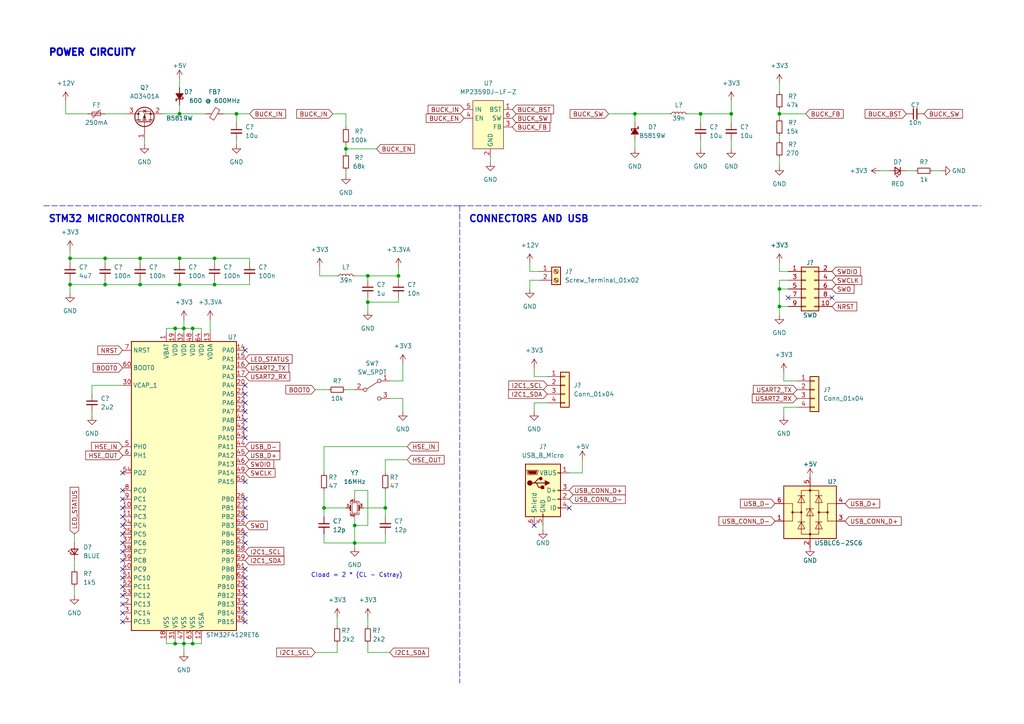
<source format=kicad_sch>
(kicad_sch (version 20211123) (generator eeschema)
  (paper "A4")
  (title_block (title "STM32F412RET6") (date "2022-02-06") (rev "v1.0") (company "Serkan's Lab"))
  (lib_symbols
    (symbol "Connector:Screw_Terminal_01x02" (pin_names (offset 1.016) hide)
      (property "Reference" "J" (at 0 2.54 0))
      (property "Value" "Screw_Terminal_01x02" (at 0 -5.08 0))
      (symbol "Screw_Terminal_01x02_1_1"
        (pin passive line (at -5.08 0 0) (length 3.81) (name "Pin_1") (number "1"))
        (pin passive line (at -5.08 -2.54 0) (length 3.81) (name "Pin_2") (number "2"))
      )
    )
    (symbol "Connector:USB_B_Micro" (pin_names (offset 1.016))
      (property "Reference" "J" (at -5.08 11.43 0))
      (property "Value" "USB_B_Micro" (at -5.08 8.89 0))
      (symbol "USB_B_Micro_1_1"
        (pin power_out line (at 7.62 5.08 180) (length 2.54) (name "VBUS") (number "1"))
        (pin bidirectional line (at 7.62 -2.54 180) (length 2.54) (name "D-") (number "2"))
        (pin bidirectional line (at 7.62 0 180) (length 2.54) (name "D+") (number "3"))
        (pin passive line (at 7.62 -5.08 180) (length 2.54) (name "ID") (number "4"))
        (pin power_out line (at 0 -10.16 90) (length 2.54) (name "GND") (number "5"))
        (pin passive line (at -2.54 -10.16 90) (length 2.54) (name "Shield") (number "6"))
      )
    )
    (symbol "Connector_Generic:Conn_01x04" (pin_names (offset 1.016) hide)
      (property "Reference" "J" (at 0 5.08 0))
      (property "Value" "Conn_01x04" (at 0 -7.62 0))
      (symbol "Conn_01x04_1_1"
        (pin passive line (at -5.08 2.54 0) (length 3.81) (name "Pin_1") (number "1"))
        (pin passive line (at -5.08 0 0) (length 3.81) (name "Pin_2") (number "2"))
        (pin passive line (at -5.08 -2.54 0) (length 3.81) (name "Pin_3") (number "3"))
        (pin passive line (at -5.08 -5.08 0) (length 3.81) (name "Pin_4") (number "4"))
      )
    )
    (symbol "Connector_Generic:Conn_02x05_Odd_Even" (pin_names (offset 1.016) hide)
      (property "Reference" "J" (at 1.27 7.62 0))
      (property "Value" "Conn_02x05_Odd_Even" (at 1.27 -7.62 0))
      (symbol "Conn_02x05_Odd_Even_1_1"
        (pin passive line (at -5.08 5.08 0) (length 3.81) (name "Pin_1") (number "1"))
        (pin passive line (at 7.62 -5.08 180) (length 3.81) (name "Pin_10") (number "10"))
        (pin passive line (at 7.62 5.08 180) (length 3.81) (name "Pin_2") (number "2"))
        (pin passive line (at -5.08 2.54 0) (length 3.81) (name "Pin_3") (number "3"))
        (pin passive line (at 7.62 2.54 180) (length 3.81) (name "Pin_4") (number "4"))
        (pin passive line (at -5.08 0 0) (length 3.81) (name "Pin_5") (number "5"))
        (pin passive line (at 7.62 0 180) (length 3.81) (name "Pin_6") (number "6"))
        (pin passive line (at -5.08 -2.54 0) (length 3.81) (name "Pin_7") (number "7"))
        (pin passive line (at 7.62 -2.54 180) (length 3.81) (name "Pin_8") (number "8"))
        (pin passive line (at -5.08 -5.08 0) (length 3.81) (name "Pin_9") (number "9"))
      )
    )
    (symbol "Device:C_Small" (pin_numbers hide) (pin_names (offset 0.254) hide)
      (property "Reference" "C" (at 0.254 1.778 0))
      (property "Value" "C_Small" (at 0.254 -2.032 0))
      (symbol "C_Small_1_1"
        (pin passive line (at 0 2.54 270) (length 2.032) (name "~") (number "1"))
        (pin passive line (at 0 -2.54 90) (length 2.032) (name "~") (number "2"))
      )
    )
    (symbol "Device:Crystal_GND24_Small" (pin_names (offset 1.016) hide)
      (property "Reference" "Y" (at 1.27 4.445 0))
      (property "Value" "Crystal_GND24_Small" (at 1.27 2.54 0))
      (symbol "Crystal_GND24_Small_1_1"
        (pin passive line (at -2.54 0 0) (length 1.27) (name "1") (number "1"))
        (pin passive line (at 0 -2.54 90) (length 0.635) (name "2") (number "2"))
        (pin passive line (at 2.54 0 180) (length 1.27) (name "3") (number "3"))
        (pin passive line (at 0 2.54 270) (length 0.635) (name "4") (number "4"))
      )
    )
    (symbol "Device:D_Schottky_Small_Filled" (pin_numbers hide) (pin_names (offset 0.254) hide)
      (property "Reference" "D" (at -1.27 2.032 0))
      (property "Value" "D_Schottky_Small_Filled" (at -7.112 -2.032 0))
      (symbol "D_Schottky_Small_Filled_1_1"
        (pin passive line (at -2.54 0 0) (length 1.778) (name "K") (number "1"))
        (pin passive line (at 2.54 0 180) (length 1.778) (name "A") (number "2"))
      )
    )
    (symbol "Device:FerriteBead_Small" (pin_numbers hide) (pin_names (offset 0))
      (property "Reference" "FB" (at 1.905 1.27 0))
      (property "Value" "FerriteBead_Small" (at 1.905 -1.27 0))
      (symbol "FerriteBead_Small_1_1"
        (pin passive line (at 0 2.54 270) (length 1.27) (name "~") (number "1"))
        (pin passive line (at 0 -2.54 90) (length 1.27) (name "~") (number "2"))
      )
    )
    (symbol "Device:LED_Small" (pin_numbers hide) (pin_names (offset 0.254) hide)
      (property "Reference" "D" (at -1.27 3.175 0))
      (property "Value" "LED_Small" (at -4.445 -2.54 0))
      (symbol "LED_Small_1_1"
        (pin passive line (at -2.54 0 0) (length 1.778) (name "K") (number "1"))
        (pin passive line (at 2.54 0 180) (length 1.778) (name "A") (number "2"))
      )
    )
    (symbol "Device:L_Small" (pin_numbers hide) (pin_names (offset 0.254) hide)
      (property "Reference" "L" (at 0.762 1.016 0))
      (property "Value" "L_Small" (at 0.762 -1.016 0))
      (symbol "L_Small_1_1"
        (pin passive line (at 0 2.54 270) (length 0.508) (name "~") (number "1"))
        (pin passive line (at 0 -2.54 90) (length 0.508) (name "~") (number "2"))
      )
    )
    (symbol "Device:Polyfuse_Small" (pin_numbers hide) (pin_names (offset 0))
      (property "Reference" "F" (at -1.905 0 90))
      (property "Value" "Polyfuse_Small" (at 1.905 0 90))
      (symbol "Polyfuse_Small_1_1"
        (pin passive line (at 0 2.54 270) (length 0.635) (name "~") (number "1"))
        (pin passive line (at 0 -2.54 90) (length 0.635) (name "~") (number "2"))
      )
    )
    (symbol "Device:R_Small" (pin_numbers hide) (pin_names (offset 0.254) hide)
      (property "Reference" "R" (at 0.762 0.508 0))
      (property "Value" "R_Small" (at 0.762 -1.016 0))
      (symbol "R_Small_1_1"
        (pin passive line (at 0 2.54 270) (length 0.762) (name "~") (number "1"))
        (pin passive line (at 0 -2.54 90) (length 0.762) (name "~") (number "2"))
      )
    )
    (symbol "MCU_ST_STM32F4:STM32F412RETx"
      (property "Reference" "U" (at -15.24 41.91 0))
      (property "Value" "STM32F412RETx" (at 10.16 41.91 0))
      (symbol "STM32F412RETx_1_1"
        (pin power_in line (at -5.08 43.18 270) (length 2.54) (name "VBAT") (number "1"))
        (pin bidirectional line (at -17.78 -7.62 0) (length 2.54) (name "PC2") (number "10"))
        (pin bidirectional line (at -17.78 -10.16 0) (length 2.54) (name "PC3") (number "11"))
        (pin power_in line (at 5.08 -45.72 90) (length 2.54) (name "VSSA") (number "12"))
        (pin power_in line (at 7.62 43.18 270) (length 2.54) (name "VDDA") (number "13"))
        (pin bidirectional line (at 17.78 38.1 180) (length 2.54) (name "PA0") (number "14"))
        (pin bidirectional line (at 17.78 35.56 180) (length 2.54) (name "PA1") (number "15"))
        (pin bidirectional line (at 17.78 33.02 180) (length 2.54) (name "PA2") (number "16"))
        (pin bidirectional line (at 17.78 30.48 180) (length 2.54) (name "PA3") (number "17"))
        (pin power_in line (at -5.08 -45.72 90) (length 2.54) (name "VSS") (number "18"))
        (pin power_in line (at -2.54 43.18 270) (length 2.54) (name "VDD") (number "19"))
        (pin bidirectional line (at -17.78 -35.56 0) (length 2.54) (name "PC13") (number "2"))
        (pin bidirectional line (at 17.78 27.94 180) (length 2.54) (name "PA4") (number "20"))
        (pin bidirectional line (at 17.78 25.4 180) (length 2.54) (name "PA5") (number "21"))
        (pin bidirectional line (at 17.78 22.86 180) (length 2.54) (name "PA6") (number "22"))
        (pin bidirectional line (at 17.78 20.32 180) (length 2.54) (name "PA7") (number "23"))
        (pin bidirectional line (at -17.78 -12.7 0) (length 2.54) (name "PC4") (number "24"))
        (pin bidirectional line (at -17.78 -15.24 0) (length 2.54) (name "PC5") (number "25"))
        (pin bidirectional line (at 17.78 -5.08 180) (length 2.54) (name "PB0") (number "26"))
        (pin bidirectional line (at 17.78 -7.62 180) (length 2.54) (name "PB1") (number "27"))
        (pin bidirectional line (at 17.78 -10.16 180) (length 2.54) (name "PB2") (number "28"))
        (pin bidirectional line (at 17.78 -30.48 180) (length 2.54) (name "PB10") (number "29"))
        (pin bidirectional line (at -17.78 -38.1 0) (length 2.54) (name "PC14") (number "3"))
        (pin power_in line (at -17.78 27.94 0) (length 2.54) (name "VCAP_1") (number "30"))
        (pin power_in line (at -2.54 -45.72 90) (length 2.54) (name "VSS") (number "31"))
        (pin power_in line (at 0 43.18 270) (length 2.54) (name "VDD") (number "32"))
        (pin bidirectional line (at 17.78 -33.02 180) (length 2.54) (name "PB12") (number "33"))
        (pin bidirectional line (at 17.78 -35.56 180) (length 2.54) (name "PB13") (number "34"))
        (pin bidirectional line (at 17.78 -38.1 180) (length 2.54) (name "PB14") (number "35"))
        (pin bidirectional line (at 17.78 -40.64 180) (length 2.54) (name "PB15") (number "36"))
        (pin bidirectional line (at -17.78 -17.78 0) (length 2.54) (name "PC6") (number "37"))
        (pin bidirectional line (at -17.78 -20.32 0) (length 2.54) (name "PC7") (number "38"))
        (pin bidirectional line (at -17.78 -22.86 0) (length 2.54) (name "PC8") (number "39"))
        (pin bidirectional line (at -17.78 -40.64 0) (length 2.54) (name "PC15") (number "4"))
        (pin bidirectional line (at -17.78 -25.4 0) (length 2.54) (name "PC9") (number "40"))
        (pin bidirectional line (at 17.78 17.78 180) (length 2.54) (name "PA8") (number "41"))
        (pin bidirectional line (at 17.78 15.24 180) (length 2.54) (name "PA9") (number "42"))
        (pin bidirectional line (at 17.78 12.7 180) (length 2.54) (name "PA10") (number "43"))
        (pin bidirectional line (at 17.78 10.16 180) (length 2.54) (name "PA11") (number "44"))
        (pin bidirectional line (at 17.78 7.62 180) (length 2.54) (name "PA12") (number "45"))
        (pin bidirectional line (at 17.78 5.08 180) (length 2.54) (name "PA13") (number "46"))
        (pin power_in line (at 0 -45.72 90) (length 2.54) (name "VSS") (number "47"))
        (pin power_in line (at 2.54 43.18 270) (length 2.54) (name "VDD") (number "48"))
        (pin bidirectional line (at 17.78 2.54 180) (length 2.54) (name "PA14") (number "49"))
        (pin input line (at -17.78 10.16 0) (length 2.54) (name "PH0") (number "5"))
        (pin bidirectional line (at 17.78 0 180) (length 2.54) (name "PA15") (number "50"))
        (pin bidirectional line (at -17.78 -27.94 0) (length 2.54) (name "PC10") (number "51"))
        (pin bidirectional line (at -17.78 -30.48 0) (length 2.54) (name "PC11") (number "52"))
        (pin bidirectional line (at -17.78 -33.02 0) (length 2.54) (name "PC12") (number "53"))
        (pin bidirectional line (at -17.78 2.54 0) (length 2.54) (name "PD2") (number "54"))
        (pin bidirectional line (at 17.78 -12.7 180) (length 2.54) (name "PB3") (number "55"))
        (pin bidirectional line (at 17.78 -15.24 180) (length 2.54) (name "PB4") (number "56"))
        (pin bidirectional line (at 17.78 -17.78 180) (length 2.54) (name "PB5") (number "57"))
        (pin bidirectional line (at 17.78 -20.32 180) (length 2.54) (name "PB6") (number "58"))
        (pin bidirectional line (at 17.78 -22.86 180) (length 2.54) (name "PB7") (number "59"))
        (pin input line (at -17.78 7.62 0) (length 2.54) (name "PH1") (number "6"))
        (pin input line (at -17.78 33.02 0) (length 2.54) (name "BOOT0") (number "60"))
        (pin bidirectional line (at 17.78 -25.4 180) (length 2.54) (name "PB8") (number "61"))
        (pin bidirectional line (at 17.78 -27.94 180) (length 2.54) (name "PB9") (number "62"))
        (pin power_in line (at 2.54 -45.72 90) (length 2.54) (name "VSS") (number "63"))
        (pin power_in line (at 5.08 43.18 270) (length 2.54) (name "VDD") (number "64"))
        (pin input line (at -17.78 38.1 0) (length 2.54) (name "NRST") (number "7"))
        (pin bidirectional line (at -17.78 -2.54 0) (length 2.54) (name "PC0") (number "8"))
        (pin bidirectional line (at -17.78 -5.08 0) (length 2.54) (name "PC1") (number "9"))
      )
    )
    (symbol "My_Library:MP2359DJ-LF-Z"
      (property "Reference" "U" (at 5.08 1.27 0))
      (property "Value" "MP2359DJ-LF-Z" (at 5.08 3.81 0))
      (symbol "MP2359DJ-LF-Z_1_1"
        (pin bidirectional line (at 11.43 -2.54 180) (length 2.54) (name "BST") (number "1"))
        (pin bidirectional line (at 5.08 -16.51 90) (length 2.54) (name "GND") (number "2"))
        (pin bidirectional line (at 11.43 -7.62 180) (length 2.54) (name "FB") (number "3"))
        (pin bidirectional line (at -2.54 -5.08 0) (length 2.54) (name "EN") (number "4"))
        (pin bidirectional line (at -2.54 -2.54 0) (length 2.54) (name "IN") (number "5"))
        (pin bidirectional line (at 11.43 -5.08 180) (length 2.54) (name "SW") (number "6"))
      )
    )
    (symbol "Power_Protection:USBLC6-2SC6" (pin_names hide)
      (property "Reference" "U" (at 2.54 8.89 0))
      (property "Value" "USBLC6-2SC6" (at 2.54 -8.89 0))
      (symbol "USBLC6-2SC6_1_1"
        (pin passive line (at -10.16 -2.54 0) (length 2.54) (name "I/O1") (number "1"))
        (pin passive line (at 0 -10.16 90) (length 2.54) (name "GND") (number "2"))
        (pin passive line (at 10.16 -2.54 180) (length 2.54) (name "I/O2") (number "3"))
        (pin passive line (at 10.16 2.54 180) (length 2.54) (name "I/O2") (number "4"))
        (pin passive line (at 0 10.16 270) (length 2.54) (name "VBUS") (number "5"))
        (pin passive line (at -10.16 2.54 0) (length 2.54) (name "I/O1") (number "6"))
      )
    )
    (symbol "Switch:SW_SPDT" (pin_names (offset 0) hide)
      (property "Reference" "SW" (at 0 4.318 0))
      (property "Value" "SW_SPDT" (at 0 -5.08 0))
      (symbol "SW_SPDT_1_1"
        (pin passive line (at 5.08 2.54 180) (length 2.54) (name "A") (number "1"))
        (pin passive line (at -5.08 0 0) (length 2.54) (name "B") (number "2"))
        (pin passive line (at 5.08 -2.54 180) (length 2.54) (name "C") (number "3"))
      )
    )
    (symbol "Transistor_FET:AO3401A" (pin_names hide)
      (property "Reference" "Q" (at 5.08 1.905 0))
      (property "Value" "AO3401A" (at 5.08 0 0))
      (symbol "AO3401A_1_1"
        (pin input line (at -5.08 0 0) (length 2.54) (name "G") (number "1"))
        (pin passive line (at 2.54 -5.08 90) (length 2.54) (name "S") (number "2"))
        (pin passive line (at 2.54 5.08 270) (length 2.54) (name "D") (number "3"))
      )
    )
    (symbol "power:+12V" (power) (pin_names (offset 0))
      (property "Value" "+12V" (at 0 3.556 0))
      (symbol "+12V_1_1"
        (pin power_in line (at 0 0 90) (length 0) hide (name "+12V") (number "1"))
      )
    )
    (symbol "power:+3.3V" (power) (pin_names (offset 0))
      (property "Value" "+3.3V" (at 0 3.556 0))
      (symbol "+3.3V_1_1"
        (pin power_in line (at 0 0 90) (length 0) hide (name "+3V3") (number "1"))
      )
    )
    (symbol "power:+3.3VA" (power) (pin_names (offset 0))
      (property "Value" "+3.3VA" (at 0 3.556 0))
      (symbol "+3.3VA_1_1"
        (pin power_in line (at 0 0 90) (length 0) hide (name "+3.3VA") (number "1"))
      )
    )
    (symbol "power:+5V" (power) (pin_names (offset 0))
      (property "Value" "+5V" (at 0 3.556 0))
      (symbol "+5V_1_1"
        (pin power_in line (at 0 0 90) (length 0) hide (name "+5V") (number "1"))
      )
    )
    (symbol "power:GND" (power) (pin_names (offset 0))
      (property "Value" "GND" (at 0 -3.81 0))
      (symbol "GND_1_1"
        (pin power_in line (at 0 0 270) (length 0) hide (name "GND") (number "1"))
      )
    )
  )
  (junction (at 102.87 152.4))
  (junction (at 226.06 88.9))
  (junction (at 111.76 147.32))
  (junction (at 102.87 157.48))
  (junction (at 93.98 147.32))
  (junction (at 52.07 74.93))
  (junction (at 30.48 74.93))
  (junction (at 62.23 74.93))
  (junction (at 50.8 95.25))
  (junction (at 226.06 83.82))
  (junction (at 55.88 186.69))
  (junction (at 50.8 186.69))
  (junction (at 68.58 33.02))
  (junction (at 40.64 82.55))
  (junction (at 53.34 186.69))
  (junction (at 203.2 33.02))
  (junction (at 52.07 33.02))
  (junction (at 52.07 82.55))
  (junction (at 55.88 95.25))
  (junction (at 106.68 87.63))
  (junction (at 53.34 95.25))
  (junction (at 40.64 74.93))
  (junction (at 106.68 80.01))
  (junction (at 212.09 33.02))
  (junction (at 115.57 80.01))
  (junction (at 20.32 74.93))
  (junction (at 226.06 33.02))
  (junction (at 30.48 82.55))
  (junction (at 184.15 33.02))
  (junction (at 100.33 43.18))
  (junction (at 62.23 82.55))
  (junction (at 20.32 82.55))
  (no_connect (at 35.56 137.16))
  (no_connect (at 35.56 142.24))
  (no_connect (at 241.3 86.36))
  (no_connect (at 71.12 144.78))
  (no_connect (at 71.12 139.7))
  (no_connect (at 228.6 86.36))
  (no_connect (at 71.12 170.18))
  (no_connect (at 35.56 172.72))
  (no_connect (at 35.56 149.86))
  (no_connect (at 71.12 177.8))
  (no_connect (at 71.12 167.64))
  (no_connect (at 35.56 167.64))
  (no_connect (at 71.12 165.1))
  (no_connect (at 71.12 157.48))
  (no_connect (at 71.12 154.94))
  (no_connect (at 165.1 147.32))
  (no_connect (at 71.12 116.84))
  (no_connect (at 71.12 111.76))
  (no_connect (at 71.12 101.6))
  (no_connect (at 71.12 114.3))
  (no_connect (at 35.56 154.94))
  (no_connect (at 35.56 170.18))
  (no_connect (at 71.12 124.46))
  (no_connect (at 71.12 119.38))
  (no_connect (at 71.12 121.92))
  (no_connect (at 71.12 147.32))
  (no_connect (at 35.56 160.02))
  (no_connect (at 35.56 175.26))
  (no_connect (at 154.94 152.4))
  (no_connect (at 35.56 144.78))
  (no_connect (at 35.56 165.1))
  (no_connect (at 71.12 180.34))
  (no_connect (at 35.56 180.34))
  (no_connect (at 35.56 162.56))
  (no_connect (at 35.56 157.48))
  (no_connect (at 71.12 127))
  (no_connect (at 71.12 172.72))
  (no_connect (at 35.56 147.32))
  (no_connect (at 71.12 149.86))
  (no_connect (at 71.12 175.26))
  (no_connect (at 35.56 177.8))
  (no_connect (at 35.56 152.4))
  (wire (pts (xy 212.09 40.64) (xy 212.09 43.18)))
  (wire (pts (xy 184.15 40.64) (xy 184.15 43.18)))
  (wire (pts (xy 40.64 82.55) (xy 52.07 82.55)))
  (wire (pts (xy 20.32 82.55) (xy 20.32 85.09)))
  (wire (pts (xy 228.6 81.28) (xy 226.06 81.28)))
  (wire (pts (xy 100.33 49.53) (xy 100.33 50.8)))
  (wire (pts (xy 153.67 83.82) (xy 153.67 81.28)))
  (wire (pts (xy 228.6 78.74) (xy 226.06 78.74)))
  (wire (pts (xy 255.27 49.53) (xy 257.81 49.53)))
  (wire (pts (xy 106.68 179.07) (xy 106.68 181.61)))
  (wire (pts (xy 226.06 88.9) (xy 228.6 88.9)))
  (wire (pts (xy 111.76 147.32) (xy 111.76 149.86)))
  (wire (pts (xy 53.34 186.69) (xy 53.34 189.23)))
  (wire (pts (xy 30.48 82.55) (xy 40.64 82.55)))
  (wire (pts (xy 40.64 74.93) (xy 40.64 76.2)))
  (wire (pts (xy 212.09 29.21) (xy 212.09 33.02)))
  (wire (pts (xy 226.06 83.82) (xy 228.6 83.82)))
  (wire (pts (xy 262.89 49.53) (xy 265.43 49.53)))
  (wire (pts (xy 226.06 78.74) (xy 226.06 76.2)))
  (wire (pts (xy 48.26 186.69) (xy 50.8 186.69)))
  (wire (pts (xy 55.88 95.25) (xy 58.42 95.25)))
  (wire (pts (xy 20.32 82.55) (xy 30.48 82.55)))
  (wire (pts (xy 106.68 142.24) (xy 106.68 152.4)))
  (wire (pts (xy 102.87 157.48) (xy 111.76 157.48)))
  (wire (pts (xy 55.88 95.25) (xy 55.88 96.52)))
  (wire (pts (xy 21.59 162.56) (xy 21.59 165.1)))
  (wire (pts (xy 106.68 152.4) (xy 102.87 152.4)))
  (wire (pts (xy 21.59 154.94) (xy 21.59 157.48)))
  (wire (pts (xy 113.03 189.23) (xy 106.68 189.23)))
  (wire (pts (xy 226.06 45.72) (xy 226.06 48.26)))
  (wire (pts (xy 46.99 33.02) (xy 52.07 33.02)))
  (wire (pts (xy 105.41 147.32) (xy 111.76 147.32)))
  (wire (pts (xy 52.07 33.02) (xy 59.69 33.02)))
  (wire (pts (xy 93.98 154.94) (xy 93.98 157.48)))
  (wire (pts (xy 26.67 111.76) (xy 26.67 114.3)))
  (wire (pts (xy 226.06 83.82) (xy 226.06 88.9)))
  (wire (pts (xy 153.67 81.28) (xy 156.21 81.28)))
  (wire (pts (xy 106.68 81.28) (xy 106.68 80.01)))
  (wire (pts (xy 58.42 186.69) (xy 58.42 185.42)))
  (polyline (pts (xy 133.35 59.69) (xy 284.48 59.69)))
  (wire (pts (xy 50.8 186.69) (xy 53.34 186.69)))
  (wire (pts (xy 48.26 96.52) (xy 48.26 95.25)))
  (wire (pts (xy 64.77 33.02) (xy 68.58 33.02)))
  (wire (pts (xy 226.06 33.02) (xy 226.06 34.29)))
  (wire (pts (xy 227.33 107.95) (xy 227.33 110.49)))
  (polyline (pts (xy 12.7 59.69) (xy 133.35 59.69)))
  (wire (pts (xy 52.07 81.28) (xy 52.07 82.55)))
  (wire (pts (xy 102.87 144.78) (xy 102.87 142.24)))
  (wire (pts (xy 142.24 45.72) (xy 142.24 46.99)))
  (wire (pts (xy 52.07 30.48) (xy 52.07 33.02)))
  (wire (pts (xy 60.96 92.71) (xy 60.96 96.52)))
  (wire (pts (xy 58.42 95.25) (xy 58.42 96.52)))
  (wire (pts (xy 93.98 147.32) (xy 100.33 147.32)))
  (wire (pts (xy 52.07 74.93) (xy 52.07 76.2)))
  (wire (pts (xy 153.67 76.2) (xy 153.67 78.74)))
  (wire (pts (xy 111.76 133.35) (xy 111.76 137.16)))
  (wire (pts (xy 106.68 87.63) (xy 106.68 90.17)))
  (wire (pts (xy 212.09 33.02) (xy 203.2 33.02)))
  (wire (pts (xy 62.23 74.93) (xy 62.23 76.2)))
  (wire (pts (xy 157.48 152.4) (xy 157.48 153.67)))
  (wire (pts (xy 168.91 133.35) (xy 168.91 137.16)))
  (wire (pts (xy 227.33 118.11) (xy 231.14 118.11)))
  (wire (pts (xy 115.57 81.28) (xy 115.57 80.01)))
  (wire (pts (xy 50.8 95.25) (xy 53.34 95.25)))
  (wire (pts (xy 55.88 186.69) (xy 58.42 186.69)))
  (wire (pts (xy 111.76 142.24) (xy 111.76 147.32)))
  (wire (pts (xy 62.23 81.28) (xy 62.23 82.55)))
  (wire (pts (xy 226.06 91.44) (xy 226.06 88.9)))
  (wire (pts (xy 102.87 142.24) (xy 106.68 142.24)))
  (wire (pts (xy 53.34 185.42) (xy 53.34 186.69)))
  (wire (pts (xy 55.88 185.42) (xy 55.88 186.69)))
  (wire (pts (xy 115.57 87.63) (xy 115.57 86.36)))
  (wire (pts (xy 30.48 33.02) (xy 36.83 33.02)))
  (wire (pts (xy 106.68 189.23) (xy 106.68 186.69)))
  (wire (pts (xy 102.87 149.86) (xy 102.87 152.4)))
  (wire (pts (xy 212.09 35.56) (xy 212.09 33.02)))
  (wire (pts (xy 100.33 41.91) (xy 100.33 43.18)))
  (wire (pts (xy 203.2 33.02) (xy 199.39 33.02)))
  (wire (pts (xy 19.05 33.02) (xy 25.4 33.02)))
  (wire (pts (xy 102.87 152.4) (xy 102.87 157.48)))
  (wire (pts (xy 100.33 43.18) (xy 109.22 43.18)))
  (wire (pts (xy 102.87 157.48) (xy 93.98 157.48)))
  (wire (pts (xy 184.15 33.02) (xy 184.15 35.56)))
  (wire (pts (xy 48.26 95.25) (xy 50.8 95.25)))
  (wire (pts (xy 48.26 185.42) (xy 48.26 186.69)))
  (wire (pts (xy 53.34 95.25) (xy 55.88 95.25)))
  (wire (pts (xy 203.2 35.56) (xy 203.2 33.02)))
  (wire (pts (xy 41.91 40.64) (xy 41.91 41.91)))
  (wire (pts (xy 116.84 119.38) (xy 116.84 115.57)))
  (wire (pts (xy 72.39 82.55) (xy 72.39 81.28)))
  (wire (pts (xy 154.94 119.38) (xy 154.94 116.84)))
  (wire (pts (xy 226.06 81.28) (xy 226.06 83.82)))
  (wire (pts (xy 21.59 170.18) (xy 21.59 172.72)))
  (wire (pts (xy 40.64 81.28) (xy 40.64 82.55)))
  (wire (pts (xy 68.58 33.02) (xy 72.39 33.02)))
  (wire (pts (xy 52.07 74.93) (xy 40.64 74.93)))
  (wire (pts (xy 93.98 142.24) (xy 93.98 147.32)))
  (wire (pts (xy 26.67 111.76) (xy 35.56 111.76)))
  (wire (pts (xy 93.98 129.54) (xy 93.98 137.16)))
  (wire (pts (xy 102.87 158.75) (xy 102.87 157.48)))
  (wire (pts (xy 30.48 74.93) (xy 20.32 74.93)))
  (wire (pts (xy 30.48 81.28) (xy 30.48 82.55)))
  (wire (pts (xy 168.91 137.16) (xy 165.1 137.16)))
  (wire (pts (xy 62.23 74.93) (xy 52.07 74.93)))
  (wire (pts (xy 176.53 33.02) (xy 184.15 33.02)))
  (wire (pts (xy 93.98 149.86) (xy 93.98 147.32)))
  (wire (pts (xy 106.68 80.01) (xy 102.87 80.01)))
  (wire (pts (xy 118.11 129.54) (xy 93.98 129.54)))
  (polyline (pts (xy 133.35 59.69) (xy 133.35 198.12)))
  (wire (pts (xy 19.05 29.21) (xy 19.05 33.02)))
  (wire (pts (xy 226.06 39.37) (xy 226.06 40.64)))
  (wire (pts (xy 68.58 40.64) (xy 68.58 41.91)))
  (wire (pts (xy 118.11 133.35) (xy 111.76 133.35)))
  (wire (pts (xy 154.94 106.68) (xy 154.94 109.22)))
  (wire (pts (xy 91.44 113.03) (xy 95.25 113.03)))
  (wire (pts (xy 53.34 186.69) (xy 55.88 186.69)))
  (wire (pts (xy 68.58 35.56) (xy 68.58 33.02)))
  (wire (pts (xy 100.33 43.18) (xy 100.33 44.45)))
  (wire (pts (xy 97.79 186.69) (xy 97.79 189.23)))
  (wire (pts (xy 92.71 80.01) (xy 97.79 80.01)))
  (wire (pts (xy 72.39 74.93) (xy 62.23 74.93)))
  (wire (pts (xy 106.68 87.63) (xy 115.57 87.63)))
  (wire (pts (xy 50.8 95.25) (xy 50.8 96.52)))
  (wire (pts (xy 91.44 189.23) (xy 97.79 189.23)))
  (wire (pts (xy 226.06 24.13) (xy 226.06 26.67)))
  (wire (pts (xy 52.07 82.55) (xy 62.23 82.55)))
  (wire (pts (xy 20.32 72.39) (xy 20.32 74.93)))
  (wire (pts (xy 184.15 33.02) (xy 194.31 33.02)))
  (wire (pts (xy 26.67 119.38) (xy 26.67 120.65)))
  (wire (pts (xy 50.8 185.42) (xy 50.8 186.69)))
  (wire (pts (xy 62.23 82.55) (xy 72.39 82.55)))
  (wire (pts (xy 115.57 77.47) (xy 115.57 80.01)))
  (wire (pts (xy 97.79 179.07) (xy 97.79 181.61)))
  (wire (pts (xy 116.84 110.49) (xy 113.03 110.49)))
  (wire (pts (xy 154.94 116.84) (xy 158.75 116.84)))
  (wire (pts (xy 226.06 31.75) (xy 226.06 33.02)))
  (wire (pts (xy 203.2 40.64) (xy 203.2 43.18)))
  (wire (pts (xy 111.76 157.48) (xy 111.76 154.94)))
  (wire (pts (xy 270.51 49.53) (xy 273.05 49.53)))
  (wire (pts (xy 116.84 115.57) (xy 113.03 115.57)))
  (wire (pts (xy 227.33 110.49) (xy 231.14 110.49)))
  (wire (pts (xy 20.32 74.93) (xy 20.32 76.2)))
  (wire (pts (xy 53.34 95.25) (xy 53.34 96.52)))
  (wire (pts (xy 72.39 76.2) (xy 72.39 74.93)))
  (wire (pts (xy 227.33 120.65) (xy 227.33 118.11)))
  (wire (pts (xy 92.71 77.47) (xy 92.71 80.01)))
  (wire (pts (xy 100.33 36.83) (xy 100.33 33.02)))
  (wire (pts (xy 115.57 80.01) (xy 106.68 80.01)))
  (wire (pts (xy 53.34 92.71) (xy 53.34 95.25)))
  (wire (pts (xy 20.32 81.28) (xy 20.32 82.55)))
  (wire (pts (xy 40.64 74.93) (xy 30.48 74.93)))
  (wire (pts (xy 106.68 86.36) (xy 106.68 87.63)))
  (wire (pts (xy 100.33 113.03) (xy 102.87 113.03)))
  (wire (pts (xy 226.06 33.02) (xy 233.68 33.02)))
  (wire (pts (xy 30.48 74.93) (xy 30.48 76.2)))
  (wire (pts (xy 154.94 109.22) (xy 158.75 109.22)))
  (wire (pts (xy 52.07 22.86) (xy 52.07 25.4)))
  (wire (pts (xy 100.33 33.02) (xy 96.52 33.02)))
  (wire (pts (xy 116.84 105.41) (xy 116.84 110.49)))
  (wire (pts (xy 153.67 78.74) (xy 156.21 78.74)))
  (text "Cload = 2 * (CL - Cstray)" (at 90.17 167.64 0) (effects (font (size 1.27 1.27)) (justify left bottom)))
  (text "STM32 MICROCONTROLLER\n" (at 13.97 64.77 0) (effects (font (size 2 2) (thickness 0.4) bold) (justify left bottom)))
  (text "POWER CIRCUITY" (at 13.97 16.51 0) (effects (font (size 2 2) (thickness 0.6) bold) (justify left bottom)))
  (text "CONNECTORS AND USB" (at 135.89 64.77 0) (effects (font (size 2 2) (thickness 0.4) bold) (justify left bottom)))
  (global_label "NRST" (shape input) (at 241.3 88.9 0) (property "Intersheet References" "${INTERSHEET_REFS}" (effects hide)))
  (global_label "BUCK_IN" (shape input) (at 72.39 33.02 0) (property "Intersheet References" "${INTERSHEET_REFS}" (effects hide)))
  (global_label "HSE_OUT" (shape input) (at 118.11 133.35 0) (property "Intersheet References" "${INTERSHEET_REFS}" (effects hide)))
  (global_label "SWO" (shape input) (at 241.3 83.82 0) (property "Intersheet References" "${INTERSHEET_REFS}" (effects hide)))
  (global_label "BUCK_SW" (shape input) (at 267.97 33.02 0) (property "Intersheet References" "${INTERSHEET_REFS}" (effects hide)))
  (global_label "BUCK_IN" (shape input) (at 134.62 31.75 180) (property "Intersheet References" "${INTERSHEET_REFS}" (effects hide)))
  (global_label "USB_CONN_D+" (shape input) (at 165.1 142.24 0) (property "Intersheet References" "${INTERSHEET_REFS}" (effects hide)))
  (global_label "I2C1_SCL" (shape input) (at 91.44 189.23 180) (property "Intersheet References" "${INTERSHEET_REFS}" (effects hide)))
  (global_label "USB_D-" (shape input) (at 71.12 129.54 0) (property "Intersheet References" "${INTERSHEET_REFS}" (effects hide)))
  (global_label "NRST" (shape input) (at 35.56 101.6 180) (property "Intersheet References" "${INTERSHEET_REFS}" (effects hide)))
  (global_label "HSE_OUT" (shape input) (at 35.56 132.08 180) (property "Intersheet References" "${INTERSHEET_REFS}" (effects hide)))
  (global_label "BOOT0" (shape input) (at 35.56 106.68 180) (property "Intersheet References" "${INTERSHEET_REFS}" (effects hide)))
  (global_label "BUCK_FB" (shape input) (at 233.68 33.02 0) (property "Intersheet References" "${INTERSHEET_REFS}" (effects hide)))
  (global_label "USB_CONN_D-" (shape input) (at 224.79 151.13 180) (property "Intersheet References" "${INTERSHEET_REFS}" (effects hide)))
  (global_label "I2C1_SCL" (shape input) (at 158.75 111.76 180) (property "Intersheet References" "${INTERSHEET_REFS}" (effects hide)))
  (global_label "USART2_RX" (shape input) (at 71.12 109.22 0) (property "Intersheet References" "${INTERSHEET_REFS}" (effects hide)))
  (global_label "SWO" (shape input) (at 71.12 152.4 0) (property "Intersheet References" "${INTERSHEET_REFS}" (effects hide)))
  (global_label "HSE_IN" (shape input) (at 35.56 129.54 180) (property "Intersheet References" "${INTERSHEET_REFS}" (effects hide)))
  (global_label "I2C1_SDA" (shape input) (at 113.03 189.23 0) (property "Intersheet References" "${INTERSHEET_REFS}" (effects hide)))
  (global_label "USB_D+" (shape input) (at 71.12 132.08 0) (property "Intersheet References" "${INTERSHEET_REFS}" (effects hide)))
  (global_label "BUCK_IN" (shape input) (at 96.52 33.02 180) (property "Intersheet References" "${INTERSHEET_REFS}" (effects hide)))
  (global_label "LED_STATUS" (shape input) (at 21.59 154.94 90) (property "Intersheet References" "${INTERSHEET_REFS}" (effects hide)))
  (global_label "SWCLK" (shape input) (at 241.3 81.28 0) (property "Intersheet References" "${INTERSHEET_REFS}" (effects hide)))
  (global_label "SWDIO" (shape input) (at 71.12 134.62 0) (property "Intersheet References" "${INTERSHEET_REFS}" (effects hide)))
  (global_label "USART2_TX" (shape input) (at 71.12 106.68 0) (property "Intersheet References" "${INTERSHEET_REFS}" (effects hide)))
  (global_label "SWDIO" (shape input) (at 241.3 78.74 0) (property "Intersheet References" "${INTERSHEET_REFS}" (effects hide)))
  (global_label "BUCK_EN" (shape input) (at 109.22 43.18 0) (property "Intersheet References" "${INTERSHEET_REFS}" (effects hide)))
  (global_label "BUCK_EN" (shape input) (at 134.62 34.29 180) (property "Intersheet References" "${INTERSHEET_REFS}" (effects hide)))
  (global_label "SWCLK" (shape input) (at 71.12 137.16 0) (property "Intersheet References" "${INTERSHEET_REFS}" (effects hide)))
  (global_label "BOOT0" (shape input) (at 91.44 113.03 180) (property "Intersheet References" "${INTERSHEET_REFS}" (effects hide)))
  (global_label "USART2_RX" (shape input) (at 231.14 115.57 180) (property "Intersheet References" "${INTERSHEET_REFS}" (effects hide)))
  (global_label "USB_CONN_D+" (shape input) (at 245.11 151.13 0) (property "Intersheet References" "${INTERSHEET_REFS}" (effects hide)))
  (global_label "USB_CONN_D-" (shape input) (at 165.1 144.78 0) (property "Intersheet References" "${INTERSHEET_REFS}" (effects hide)))
  (global_label "BUCK_SW" (shape input) (at 148.59 34.29 0) (property "Intersheet References" "${INTERSHEET_REFS}" (effects hide)))
  (global_label "BUCK_FB" (shape input) (at 148.59 36.83 0) (property "Intersheet References" "${INTERSHEET_REFS}" (effects hide)))
  (global_label "BUCK_BST" (shape input) (at 148.59 31.75 0) (property "Intersheet References" "${INTERSHEET_REFS}" (effects hide)))
  (global_label "LED_STATUS" (shape input) (at 71.12 104.14 0) (property "Intersheet References" "${INTERSHEET_REFS}" (effects hide)))
  (global_label "USART2_TX" (shape input) (at 231.14 113.03 180) (property "Intersheet References" "${INTERSHEET_REFS}" (effects hide)))
  (global_label "HSE_IN" (shape input) (at 118.11 129.54 0) (property "Intersheet References" "${INTERSHEET_REFS}" (effects hide)))
  (global_label "I2C1_SDA" (shape input) (at 158.75 114.3 180) (property "Intersheet References" "${INTERSHEET_REFS}" (effects hide)))
  (global_label "I2C1_SDA" (shape input) (at 71.12 162.56 0) (property "Intersheet References" "${INTERSHEET_REFS}" (effects hide)))
  (global_label "USB_D+" (shape input) (at 245.11 146.05 0) (property "Intersheet References" "${INTERSHEET_REFS}" (effects hide)))
  (global_label "I2C1_SCL" (shape input) (at 71.12 160.02 0) (property "Intersheet References" "${INTERSHEET_REFS}" (effects hide)))
  (global_label "USB_D-" (shape input) (at 224.79 146.05 180) (property "Intersheet References" "${INTERSHEET_REFS}" (effects hide)))
  (global_label "BUCK_SW" (shape input) (at 176.53 33.02 180) (property "Intersheet References" "${INTERSHEET_REFS}" (effects hide)))
  (global_label "BUCK_BST" (shape input) (at 262.89 33.02 180) (property "Intersheet References" "${INTERSHEET_REFS}" (effects hide)))
  (symbol (lib_id "power:+3.3V") (at 106.68 179.07 0) (unit 1)
    (property "Reference" "#PWR?" (effects hide))
    (property "Value" "+3.3V" (at 106.68 173.99 0))
  )
  (symbol (lib_id "power:+3.3V") (at 154.94 106.68 0) (unit 1)
    (property "Reference" "#PWR?" (effects hide))
    (property "Value" "+3.3V" (at 154.94 101.6 0))
  )
  (symbol (lib_id "power:GND") (at 106.68 90.17 0) (unit 1)
    (property "Reference" "#PWR?" (effects hide))
    (property "Value" "GND" (at 106.68 95.25 0))
  )
  (symbol (lib_id "power:+3.3V") (at 92.71 77.47 0) (unit 1)
    (property "Reference" "#PWR?" (effects hide))
    (property "Value" "+3.3V" (at 92.71 72.39 0))
  )
  (symbol (lib_id "power:GND") (at 273.05 49.53 90) (unit 1)
    (property "Reference" "#PWR?" (effects hide))
    (property "Value" "GND" (at 278.13 49.53 90))
  )
  (symbol (lib_id "power:GND") (at 20.32 85.09 0) (unit 1)
    (property "Reference" "#PWR?" (effects hide))
    (property "Value" "GND" (at 20.32 90.17 0))
  )
  (symbol (lib_id "Device:C_Small") (at 265.43 33.02 90) (unit 1)
    (property "Reference" "C?" (at 265.43 30.48 90))
    (property "Value" "10n" (at 265.43 35.56 90))
  )
  (symbol (lib_id "power:+3.3V") (at 97.79 179.07 0) (unit 1)
    (property "Reference" "#PWR?" (effects hide))
    (property "Value" "+3.3V" (at 97.79 173.99 0))
  )
  (symbol (lib_id "power:GND") (at 53.34 189.23 0) (unit 1)
    (property "Reference" "#PWR?" (effects hide))
    (property "Value" "GND" (at 53.34 194.31 0))
  )
  (symbol (lib_id "Device:LED_Small") (at 260.35 49.53 180) (unit 1)
    (property "Reference" "D?" (at 260.35 46.99 0))
    (property "Value" "RED" (at 260.35 53.34 0))
  )
  (symbol (lib_id "Device:C_Small") (at 68.58 38.1 0) (unit 1)
    (property "Reference" "C?" (at 71.12 36.8362 0) (effects (justify left)))
    (property "Value" "10u" (at 71.12 39.3762 0) (effects (justify left)))
  )
  (symbol (lib_id "Device:Crystal_GND24_Small") (at 102.87 147.32 0) (unit 1)
    (property "Reference" "Y?" (at 102.87 137.16 0))
    (property "Value" "16MHz" (at 102.87 139.7 0))
  )
  (symbol (lib_id "power:GND") (at 68.58 41.91 0) (unit 1)
    (property "Reference" "#PWR?" (effects hide))
    (property "Value" "GND" (at 68.58 46.99 0))
  )
  (symbol (lib_id "power:GND") (at 116.84 119.38 0) (unit 1)
    (property "Reference" "#PWR?" (effects hide))
    (property "Value" "GND" (at 116.84 124.46 0))
  )
  (symbol (lib_id "Power_Protection:USBLC6-2SC6") (at 234.95 148.59 0) (unit 1)
    (property "Reference" "U?" (at 240.03 139.7 0) (effects (justify left)))
    (property "Value" "USBLC6-2SC6" (at 236.22 157.48 0) (effects (justify left)))
    (property "Footprint" "Package_TO_SOT_SMD:SOT-23-6" (effects hide))
    (property "Datasheet" "https://www.st.com/resource/en/datasheet/usblc6-2.pdf" (effects hide))
  )
  (symbol (lib_id "power:+3.3V") (at 20.32 72.39 0) (unit 1)
    (property "Reference" "#PWR?" (effects hide))
    (property "Value" "+3.3V" (at 20.32 67.31 0))
  )
  (symbol (lib_id "power:GND") (at 227.33 120.65 0) (unit 1)
    (property "Reference" "#PWR?" (effects hide))
    (property "Value" "GND" (at 227.33 125.73 0))
  )
  (symbol (lib_id "power:+3.3V") (at 53.34 92.71 0) (unit 1)
    (property "Reference" "#PWR?" (effects hide))
    (property "Value" "+3.3V" (at 53.34 87.63 0))
  )
  (symbol (lib_id "Device:C_Small") (at 115.57 83.82 0) (unit 1)
    (property "Reference" "C?" (at 118.11 82.5562 0) (effects (justify left)))
    (property "Value" "10n" (at 118.11 85.0962 0) (effects (justify left)))
  )
  (symbol (lib_id "power:GND") (at 154.94 119.38 0) (unit 1)
    (property "Reference" "#PWR?" (effects hide))
    (property "Value" "GND" (at 154.94 124.46 0))
  )
  (symbol (lib_id "power:+3.3V") (at 226.06 76.2 0) (unit 1)
    (property "Reference" "#PWR?" (effects hide))
    (property "Value" "+3.3V" (at 226.06 71.12 0))
  )
  (symbol (lib_id "Device:R_Small") (at 226.06 29.21 0) (unit 1)
    (property "Reference" "R?" (at 229.87 27.94 0))
    (property "Value" "47k" (at 229.87 30.48 0))
  )
  (symbol (lib_id "Device:R_Small") (at 226.06 36.83 0) (unit 1)
    (property "Reference" "R?" (at 229.87 35.56 0))
    (property "Value" "15k" (at 229.87 38.1 0))
  )
  (symbol (lib_id "power:GND") (at 26.67 120.65 0) (unit 1)
    (property "Reference" "#PWR?" (effects hide))
    (property "Value" "GND" (at 26.67 125.73 0))
  )
  (symbol (lib_id "Device:C_Small") (at 72.39 78.74 0) (unit 1)
    (property "Reference" "C?" (at 74.93 77.4762 0) (effects (justify left)))
    (property "Value" "100n" (at 74.93 80.0162 0) (effects (justify left)))
  )
  (symbol (lib_id "Device:R_Small") (at 267.97 49.53 90) (unit 1)
    (property "Reference" "R?" (at 269.24 46.99 90) (effects (justify left)))
    (property "Value" "1k" (at 269.24 52.07 90) (effects (justify left)))
  )
  (symbol (lib_id "Device:C_Small") (at 106.68 83.82 0) (unit 1)
    (property "Reference" "C?" (at 109.22 82.5562 0) (effects (justify left)))
    (property "Value" "1u" (at 109.22 85.0962 0) (effects (justify left)))
  )
  (symbol (lib_id "Device:R_Small") (at 21.59 167.64 0) (unit 1)
    (property "Reference" "R?" (at 24.13 166.37 0) (effects (justify left)))
    (property "Value" "1k5" (at 24.13 168.91 0) (effects (justify left)))
  )
  (symbol (lib_id "Device:FerriteBead_Small") (at 62.23 33.02 270) (unit 1)
    (property "Reference" "FB?" (at 62.2681 26.67 90))
    (property "Value" "600 @ 600MHz" (at 62.2681 29.21 90))
  )
  (symbol (lib_id "Device:C_Small") (at 20.32 78.74 0) (unit 1)
    (property "Reference" "C?" (at 22.86 77.4762 0) (effects (justify left)))
    (property "Value" "4u7" (at 22.86 80.0162 0) (effects (justify left)))
  )
  (symbol (lib_id "Device:LED_Small") (at 21.59 160.02 90) (unit 1)
    (property "Reference" "D?" (at 24.13 158.6864 90) (effects (justify right)))
    (property "Value" "BLUE" (at 24.13 161.2264 90) (effects (justify right)))
  )
  (symbol (lib_id "power:GND") (at 102.87 158.75 0) (unit 1)
    (property "Reference" "#PWR?" (effects hide))
    (property "Value" "GND" (at 102.87 163.83 0))
  )
  (symbol (lib_id "Device:C_Small") (at 203.2 38.1 0) (unit 1)
    (property "Reference" "C?" (at 205.74 36.8362 0) (effects (justify left)))
    (property "Value" "10u" (at 205.74 39.3762 0) (effects (justify left)))
  )
  (symbol (lib_id "power:GND") (at 184.15 43.18 0) (unit 1)
    (property "Reference" "#PWR?" (effects hide))
    (property "Value" "GND" (at 184.15 48.26 0))
  )
  (symbol (lib_id "Transistor_FET:AO3401A") (at 41.91 35.56 90) (unit 1)
    (property "Reference" "Q?" (at 41.91 25.4 90))
    (property "Value" "AO3401A" (at 41.91 27.94 90))
    (property "Footprint" "Package_TO_SOT_SMD:SOT-23" (effects hide))
    (property "Datasheet" "http://www.aosmd.com/pdfs/datasheet/AO3401A.pdf" (effects hide))
  )
  (symbol (lib_id "Device:C_Small") (at 93.98 152.4 0) (unit 1)
    (property "Reference" "C?" (at 96.52 151.1362 0) (effects (justify left)))
    (property "Value" "12p" (at 96.52 153.6762 0) (effects (justify left)))
  )
  (symbol (lib_id "Device:C_Small") (at 26.67 116.84 0) (unit 1)
    (property "Reference" "C?" (at 29.21 115.5762 0) (effects (justify left)))
    (property "Value" "2u2" (at 29.21 118.1162 0) (effects (justify left)))
  )
  (symbol (lib_id "My_Library:MP2359DJ-LF-Z") (at 137.16 29.21 0) (unit 1)
    (property "Reference" "U?" (at 141.605 24.13 0))
    (property "Value" "MP2359DJ-LF-Z" (at 141.605 26.67 0))
  )
  (symbol (lib_id "Device:C_Small") (at 62.23 78.74 0) (unit 1)
    (property "Reference" "C?" (at 64.77 77.4762 0) (effects (justify left)))
    (property "Value" "100n" (at 64.77 80.0162 0) (effects (justify left)))
  )
  (symbol (lib_id "Connector_Generic:Conn_01x04") (at 236.22 113.03 0) (unit 1)
    (property "Reference" "J?" (at 238.76 113.0299 0) (effects (justify left)))
    (property "Value" "Conn_01x04" (at 238.76 115.5699 0) (effects (justify left)))
  )
  (symbol (lib_id "Device:R_Small") (at 226.06 43.18 0) (unit 1)
    (property "Reference" "R?" (at 229.87 41.91 0))
    (property "Value" "270" (at 229.87 44.45 0))
  )
  (symbol (lib_id "power:+3.3V") (at 255.27 49.53 90) (unit 1)
    (property "Reference" "#PWR?" (effects hide))
    (property "Value" "+3.3V" (at 246.38 49.53 90) (effects (justify right)))
  )
  (symbol (lib_id "Connector_Generic:Conn_02x05_Odd_Even") (at 233.68 83.82 0) (unit 1)
    (property "Reference" "J?" (at 234.95 76.2 0))
    (property "Value" "SWD" (at 234.95 91.44 0))
  )
  (symbol (lib_id "Device:C_Small") (at 111.76 152.4 0) (unit 1)
    (property "Reference" "C?" (at 114.3 151.1362 0) (effects (justify left)))
    (property "Value" "12p" (at 114.3 153.67 0) (effects (justify left)))
  )
  (symbol (lib_id "Device:C_Small") (at 30.48 78.74 0) (unit 1)
    (property "Reference" "C?" (at 33.02 77.4762 0) (effects (justify left)))
    (property "Value" "100n" (at 33.02 80.0162 0) (effects (justify left)))
  )
  (symbol (lib_id "Device:R_Small") (at 93.98 139.7 0) (unit 1)
    (property "Reference" "R?" (at 95.25 138.43 0) (effects (justify left)))
    (property "Value" "47" (at 95.25 140.97 0) (effects (justify left)))
  )
  (symbol (lib_id "power:+3.3V") (at 227.33 107.95 0) (unit 1)
    (property "Reference" "#PWR?" (effects hide))
    (property "Value" "+3.3V" (at 227.33 102.87 0))
  )
  (symbol (lib_id "power:+3.3VA") (at 60.96 92.71 0) (unit 1)
    (property "Reference" "#PWR?" (effects hide))
    (property "Value" "+3.3VA" (at 60.96 87.63 0))
  )
  (symbol (lib_id "Device:R_Small") (at 111.76 139.7 0) (unit 1)
    (property "Reference" "R?" (at 113.03 138.43 0) (effects (justify left)))
    (property "Value" "47" (at 113.03 140.97 0) (effects (justify left)))
  )
  (symbol (lib_id "power:GND") (at 226.06 91.44 0) (unit 1)
    (property "Reference" "#PWR?" (effects hide))
    (property "Value" "GND" (at 226.06 96.52 0))
  )
  (symbol (lib_id "Device:L_Small") (at 100.33 80.01 90) (unit 1)
    (property "Reference" "L?" (at 100.33 77.47 90))
    (property "Value" "39n" (at 100.33 81.28 90))
  )
  (symbol (lib_id "Connector_Generic:Conn_01x04") (at 163.83 111.76 0) (unit 1)
    (property "Reference" "J?" (at 166.37 111.7599 0) (effects (justify left)))
    (property "Value" "Conn_01x04" (at 166.37 114.2999 0) (effects (justify left)))
  )
  (symbol (lib_id "power:GND") (at 100.33 50.8 0) (unit 1)
    (property "Reference" "#PWR?" (effects hide))
    (property "Value" "GND" (at 100.33 55.88 0))
  )
  (symbol (lib_id "power:GND") (at 234.95 158.75 0) (unit 1)
    (property "Reference" "#PWR?" (effects hide))
    (property "Value" "GND" (at 234.95 162.56 0))
  )
  (symbol (lib_id "power:GND") (at 203.2 43.18 0) (unit 1)
    (property "Reference" "#PWR?" (effects hide))
    (property "Value" "GND" (at 203.2 48.26 0))
  )
  (symbol (lib_id "power:GND") (at 157.48 153.67 0) (unit 1)
    (property "Reference" "#PWR?" (effects hide))
    (property "Value" "GND" (at 157.48 157.48 0))
  )
  (symbol (lib_id "Device:D_Schottky_Small_Filled") (at 184.15 38.1 270) (unit 1)
    (property "Reference" "D?" (at 189.23 36.83 90))
    (property "Value" "B5819W" (at 189.23 39.37 90))
  )
  (symbol (lib_id "Device:Polyfuse_Small") (at 27.94 33.02 90) (unit 1)
    (property "Reference" "F?" (at 27.94 30.48 90))
    (property "Value" "250mA" (at 27.94 35.56 90))
  )
  (symbol (lib_id "power:+12V") (at 153.67 76.2 0) (unit 1)
    (property "Reference" "#PWR?" (effects hide))
    (property "Value" "+12V" (at 153.67 71.12 0))
  )
  (symbol (lib_id "power:GND") (at 153.67 83.82 0) (unit 1)
    (property "Reference" "#PWR?" (effects hide))
    (property "Value" "GND" (at 153.67 88.9 0))
  )
  (symbol (lib_id "power:GND") (at 142.24 46.99 0) (unit 1)
    (property "Reference" "#PWR?" (effects hide))
    (property "Value" "GND" (at 142.24 52.07 0))
  )
  (symbol (lib_id "power:+3.3VA") (at 115.57 77.47 0) (unit 1)
    (property "Reference" "#PWR?" (effects hide))
    (property "Value" "+3.3VA" (at 115.57 72.39 0))
  )
  (symbol (lib_id "Device:C_Small") (at 52.07 78.74 0) (unit 1)
    (property "Reference" "C?" (at 54.61 77.4762 0) (effects (justify left)))
    (property "Value" "100n" (at 54.61 80.0162 0) (effects (justify left)))
  )
  (symbol (lib_id "Device:L_Small") (at 196.85 33.02 90) (unit 1)
    (property "Reference" "L?" (at 196.85 30.48 90))
    (property "Value" "39n" (at 196.85 34.29 90))
  )
  (symbol (lib_id "MCU_ST_STM32F4:STM32F412RETx") (at 53.34 139.7 0) (unit 1)
    (property "Reference" "U?" (at 66.04 97.79 0) (effects (justify left)))
    (property "Value" "STM32F412RET6" (at 59.69 184.15 0) (effects (justify left)))
    (property "Footprint" "Package_QFP:LQFP-64_10x10mm_P0.5mm" (effects hide))
    (property "Datasheet" "http://www.st.com/st-web-ui/static/active/en/resource/technical/document/datasheet/DM00213872.pdf" (effects hide))
  )
  (symbol (lib_id "power:GND") (at 226.06 48.26 0) (unit 1)
    (property "Reference" "#PWR?" (effects hide))
    (property "Value" "GND" (at 226.06 53.34 0))
  )
  (symbol (lib_id "power:+3.3V") (at 226.06 24.13 0) (unit 1)
    (property "Reference" "#PWR?" (effects hide))
    (property "Value" "+3.3V" (at 226.06 19.05 0))
  )
  (symbol (lib_id "power:+3.3V") (at 212.09 29.21 0) (unit 1)
    (property "Reference" "#PWR?" (effects hide))
    (property "Value" "+3.3V" (at 212.09 24.13 0))
  )
  (symbol (lib_id "Connector:Screw_Terminal_01x02") (at 161.29 78.74 0) (unit 1)
    (property "Reference" "J?" (at 163.83 78.7399 0) (effects (justify left)))
    (property "Value" "Screw_Terminal_01x02" (at 163.83 81.2799 0) (effects (justify left)))
  )
  (symbol (lib_id "Device:R_Small") (at 97.79 113.03 90) (unit 1)
    (property "Reference" "R?" (at 97.79 110.49 90))
    (property "Value" "10k" (at 97.79 115.57 90))
  )
  (symbol (lib_id "power:+3.3V") (at 116.84 105.41 0) (unit 1)
    (property "Reference" "#PWR?" (effects hide))
    (property "Value" "+3.3V" (at 116.84 100.33 0))
  )
  (symbol (lib_id "Device:C_Small") (at 40.64 78.74 0) (unit 1)
    (property "Reference" "C?" (at 43.18 77.4762 0) (effects (justify left)))
    (property "Value" "100n" (at 43.18 80.0162 0) (effects (justify left)))
  )
  (symbol (lib_id "Device:D_Schottky_Small_Filled") (at 52.07 27.94 90) (unit 1)
    (property "Reference" "D?" (at 54.61 26.67 90))
    (property "Value" "B5819W" (at 52.07 34.29 90))
  )
  (symbol (lib_id "Device:C_Small") (at 212.09 38.1 0) (unit 1)
    (property "Reference" "C?" (at 214.63 36.8362 0) (effects (justify left)))
    (property "Value" "10u" (at 214.63 39.3762 0) (effects (justify left)))
  )
  (symbol (lib_id "Connector:USB_B_Micro") (at 157.48 142.24 0) (unit 1)
    (property "Reference" "J?" (at 157.48 129.54 0))
    (property "Value" "USB_B_Micro" (at 157.48 132.08 0))
  )
  (symbol (lib_id "power:+12V") (at 19.05 29.21 0) (unit 1)
    (property "Reference" "#PWR?" (effects hide))
    (property "Value" "+12V" (at 19.05 24.13 0))
  )
  (symbol (lib_id "Device:R_Small") (at 106.68 184.15 180) (unit 1)
    (property "Reference" "R?" (at 110.49 182.88 0) (effects (justify left)))
    (property "Value" "2k2" (at 111.76 185.42 0) (effects (justify left)))
  )
  (symbol (lib_id "power:GND") (at 21.59 172.72 0) (unit 1)
    (property "Reference" "#PWR?" (effects hide))
    (property "Value" "GND" (at 21.59 177.8 0))
  )
  (symbol (lib_id "power:+5V") (at 52.07 22.86 0) (unit 1)
    (property "Reference" "#PWR?" (effects hide))
    (property "Value" "+5V" (at 52.07 19.05 0))
  )
  (symbol (lib_id "power:GND") (at 41.91 41.91 0) (unit 1)
    (property "Reference" "#PWR?" (effects hide))
    (property "Value" "GND" (at 41.91 46.99 0))
  )
  (symbol (lib_id "Device:R_Small") (at 100.33 46.99 0) (unit 1)
    (property "Reference" "R?" (at 104.14 45.72 0))
    (property "Value" "68k" (at 104.14 48.26 0))
  )
  (symbol (lib_id "power:+5V") (at 168.91 133.35 0) (unit 1)
    (property "Reference" "#PWR?" (effects hide))
    (property "Value" "+5V" (at 168.91 129.54 0))
  )
  (symbol (lib_id "power:+5V") (at 234.95 138.43 0) (unit 1)
    (property "Reference" "#PWR?" (effects hide))
    (property "Value" "+5V" (at 234.95 134.62 0))
  )
  (symbol (lib_id "Switch:SW_SPDT") (at 107.95 113.03 0) (unit 1)
    (property "Reference" "SW?" (at 107.95 105.41 0))
    (property "Value" "SW_SPDT" (at 107.95 107.95 0))
  )
  (symbol (lib_id "Device:R_Small") (at 100.33 39.37 0) (unit 1)
    (property "Reference" "R?" (at 104.14 38.1 0))
    (property "Value" "100k" (at 104.14 40.64 0))
  )
  (symbol (lib_id "power:GND") (at 212.09 43.18 0) (unit 1)
    (property "Reference" "#PWR?" (effects hide))
    (property "Value" "GND" (at 212.09 48.26 0))
  )
  (symbol (lib_id "Device:R_Small") (at 97.79 184.15 180) (unit 1)
    (property "Reference" "R?" (at 101.6 182.88 0) (effects (justify left)))
    (property "Value" "2k2" (at 102.87 185.42 0) (effects (justify left)))
  )
)
</source>
